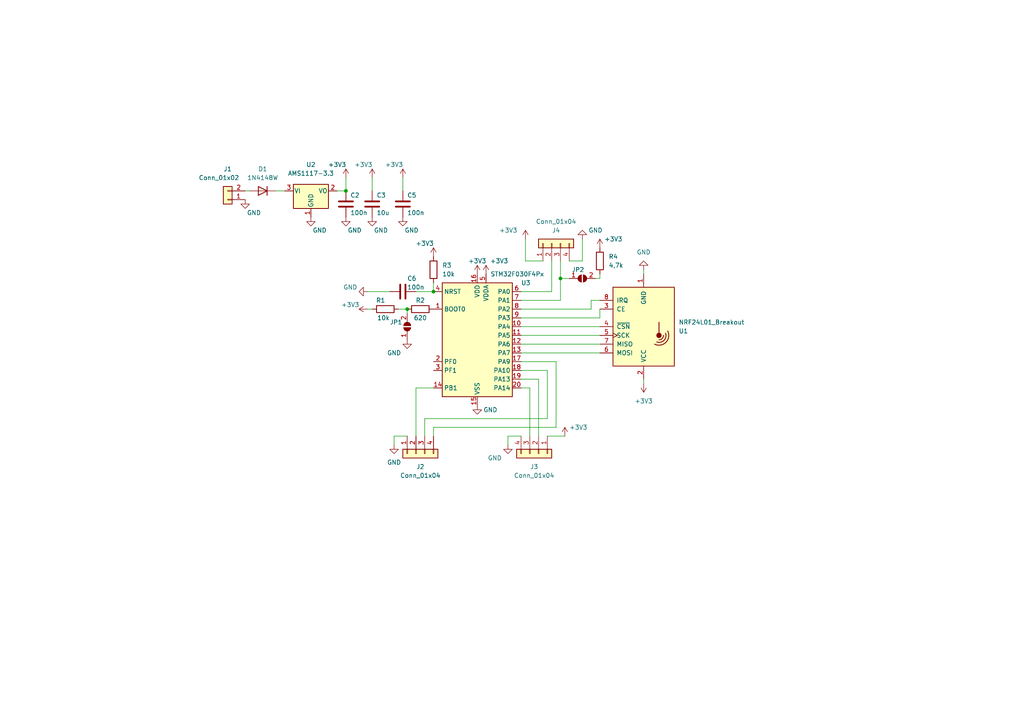
<source format=kicad_sch>
(kicad_sch (version 20230121) (generator eeschema)
  (paper "A4")
  (lib_symbols
    (symbol "Connector_Generic:Conn_01x02" (pin_names (offset 1.016) hide)
      (property "Reference" "J" (at 0 2.54 0))
      (property "Value" "Conn_01x02" (at 0 -5.08 0))
      (symbol "Conn_01x02_1_1"
        (rectangle (start -1.27 -2.413) (end 0 -2.667) (stroke (width 0.1524)))
        (rectangle (start -1.27 0.127) (end 0 -0.127) (stroke (width 0.1524)))
        (rectangle (start -1.27 1.27) (end 1.27 -3.81) (stroke (width 0.254)) (fill (type background)))
        (pin passive line (at -5.08 0 0) (length 3.81) (name "Pin_1") (number "1"))
        (pin passive line (at -5.08 -2.54 0) (length 3.81) (name "Pin_2") (number "2"))
      )
    )
    (symbol "Connector_Generic:Conn_01x04" (pin_names (offset 1.016) hide)
      (property "Reference" "J" (at 0 5.08 0))
      (property "Value" "Conn_01x04" (at 0 -7.62 0))
      (symbol "Conn_01x04_1_1"
        (rectangle (start -1.27 -4.953) (end 0 -5.207) (stroke (width 0.1524)))
        (rectangle (start -1.27 -2.413) (end 0 -2.667) (stroke (width 0.1524)))
        (rectangle (start -1.27 0.127) (end 0 -0.127) (stroke (width 0.1524)))
        (rectangle (start -1.27 2.667) (end 0 2.413) (stroke (width 0.1524)))
        (rectangle (start -1.27 3.81) (end 1.27 -6.35) (stroke (width 0.254)) (fill (type background)))
        (pin passive line (at -5.08 2.54 0) (length 3.81) (name "Pin_1") (number "1"))
        (pin passive line (at -5.08 0 0) (length 3.81) (name "Pin_2") (number "2"))
        (pin passive line (at -5.08 -2.54 0) (length 3.81) (name "Pin_3") (number "3"))
        (pin passive line (at -5.08 -5.08 0) (length 3.81) (name "Pin_4") (number "4"))
      )
    )
    (symbol "Device:C" (pin_numbers hide) (pin_names (offset 0.254))
      (property "Reference" "C" (at 0.635 2.54 0))
      (property "Value" "C" (at 0.635 -2.54 0))
      (symbol "C_0_1"
        (polyline (pts (xy -2.032 -0.762) (xy 2.032 -0.762)) (stroke (width 0.508)))
        (polyline (pts (xy -2.032 0.762) (xy 2.032 0.762)) (stroke (width 0.508)))
      )
      (symbol "C_1_1"
        (pin passive line (at 0 3.81 270) (length 2.794) (name "~") (number "1"))
        (pin passive line (at 0 -3.81 90) (length 2.794) (name "~") (number "2"))
      )
    )
    (symbol "Device:R" (pin_numbers hide) (pin_names (offset 0))
      (property "Reference" "R" (at 2.032 0 90))
      (property "Value" "R" (at 0 0 90))
      (symbol "R_0_1"
        (rectangle (start -1.016 -2.54) (end 1.016 2.54) (stroke (width 0.254)))
      )
      (symbol "R_1_1"
        (pin passive line (at 0 3.81 270) (length 1.27) (name "~") (number "1"))
        (pin passive line (at 0 -3.81 90) (length 1.27) (name "~") (number "2"))
      )
    )
    (symbol "Diode:1N4148W" (pin_numbers hide) (pin_names (offset 1.016) hide)
      (property "Reference" "D" (at 0 2.54 0))
      (property "Value" "1N4148W" (at 0 -2.54 0))
      (symbol "1N4148W_0_1"
        (polyline (pts (xy -1.27 1.27) (xy -1.27 -1.27)) (stroke (width 0.254)))
        (polyline (pts (xy 1.27 0) (xy -1.27 0)))
        (polyline (pts (xy 1.27 1.27) (xy 1.27 -1.27) (xy -1.27 0) (xy 1.27 1.27)) (stroke (width 0.254)))
      )
      (symbol "1N4148W_1_1"
        (pin passive line (at -3.81 0 0) (length 2.54) (name "K") (number "1"))
        (pin passive line (at 3.81 0 180) (length 2.54) (name "A") (number "2"))
      )
    )
    (symbol "Jumper:SolderJumper_2_Open" (pin_names (offset 0) hide)
      (property "Reference" "JP" (at 0 2.032 0))
      (property "Value" "SolderJumper_2_Open" (at 0 -2.54 0))
      (symbol "SolderJumper_2_Open_0_1"
        (arc (start -0.254 1.016) (mid -1.2656 0) (end -0.254 -1.016))
        (arc (start -0.254 1.016) (mid -1.2656 0) (end -0.254 -1.016) (fill (type outline)))
        (polyline (pts (xy -0.254 1.016) (xy -0.254 -1.016)))
        (polyline (pts (xy 0.254 1.016) (xy 0.254 -1.016)))
        (arc (start 0.254 -1.016) (mid 1.2656 0) (end 0.254 1.016))
        (arc (start 0.254 -1.016) (mid 1.2656 0) (end 0.254 1.016) (fill (type outline)))
      )
      (symbol "SolderJumper_2_Open_1_1"
        (pin passive line (at -3.81 0 0) (length 2.54) (name "A") (number "1"))
        (pin passive line (at 3.81 0 180) (length 2.54) (name "B") (number "2"))
      )
    )
    (symbol "MCU_ST_STM32F0:STM32F030F4Px"
      (property "Reference" "U" (at -10.16 16.51 0))
      (property "Value" "STM32F030F4Px" (at 5.08 16.51 0))
      (symbol "STM32F030F4Px_0_1"
        (rectangle (start -10.16 -17.78) (end 10.16 15.24) (stroke (width 0.254)) (fill (type background)))
      )
      (symbol "STM32F030F4Px_1_1"
        (pin input line (at -12.7 7.62 0) (length 2.54) (name "BOOT0") (number "1"))
        (pin bidirectional line (at 12.7 2.54 180) (length 2.54) (name "PA4") (number "10"))
        (pin bidirectional line (at 12.7 0 180) (length 2.54) (name "PA5") (number "11"))
        (pin bidirectional line (at 12.7 -2.54 180) (length 2.54) (name "PA6") (number "12"))
        (pin bidirectional line (at 12.7 -5.08 180) (length 2.54) (name "PA7") (number "13"))
        (pin bidirectional line (at -12.7 -15.24 0) (length 2.54) (name "PB1") (number "14"))
        (pin power_in line (at 0 -20.32 90) (length 2.54) (name "VSS") (number "15"))
        (pin power_in line (at 0 17.78 270) (length 2.54) (name "VDD") (number "16"))
        (pin bidirectional line (at 12.7 -7.62 180) (length 2.54) (name "PA9") (number "17"))
        (pin bidirectional line (at 12.7 -10.16 180) (length 2.54) (name "PA10") (number "18"))
        (pin bidirectional line (at 12.7 -12.7 180) (length 2.54) (name "PA13") (number "19"))
        (pin input line (at -12.7 -7.62 0) (length 2.54) (name "PF0") (number "2"))
        (pin bidirectional line (at 12.7 -15.24 180) (length 2.54) (name "PA14") (number "20"))
        (pin input line (at -12.7 -10.16 0) (length 2.54) (name "PF1") (number "3"))
        (pin input line (at -12.7 12.7 0) (length 2.54) (name "NRST") (number "4"))
        (pin power_in line (at 2.54 17.78 270) (length 2.54) (name "VDDA") (number "5"))
        (pin bidirectional line (at 12.7 12.7 180) (length 2.54) (name "PA0") (number "6"))
        (pin bidirectional line (at 12.7 10.16 180) (length 2.54) (name "PA1") (number "7"))
        (pin bidirectional line (at 12.7 7.62 180) (length 2.54) (name "PA2") (number "8"))
        (pin bidirectional line (at 12.7 5.08 180) (length 2.54) (name "PA3") (number "9"))
      )
    )
    (symbol "RF:NRF24L01_Breakout" (pin_names (offset 1.016))
      (property "Reference" "U" (at -8.89 12.7 0))
      (property "Value" "NRF24L01_Breakout" (at 3.81 12.7 0))
      (symbol "NRF24L01_Breakout_0_1"
        (rectangle (start -8.89 11.43) (end 8.89 -11.43) (stroke (width 0.254)) (fill (type background)))
        (polyline (pts (xy 4.445 1.905) (xy 4.445 -1.27)) (stroke (width 0.254)))
        (circle (center 4.445 2.54) (radius 0.635) (stroke (width 0.254)) (fill (type outline)))
        (arc (start 5.715 2.54) (mid 5.3559 3.4509) (end 4.445 3.81) (stroke (width 0.254)))
        (arc (start 6.35 1.905) (mid 5.8833 3.9783) (end 3.81 4.445) (stroke (width 0.254)))
        (arc (start 6.985 1.27) (mid 6.453 4.548) (end 3.175 5.08) (stroke (width 0.254)))
      )
      (symbol "NRF24L01_Breakout_1_1"
        (pin power_in line (at 0 -15.24 90) (length 3.81) (name "GND") (number "1"))
        (pin power_in line (at 0 15.24 270) (length 3.81) (name "VCC") (number "2"))
        (pin input line (at -12.7 -5.08 0) (length 3.81) (name "CE") (number "3"))
        (pin input line (at -12.7 0 0) (length 3.81) (name "~{CSN}") (number "4"))
        (pin input clock (at -12.7 2.54 0) (length 3.81) (name "SCK") (number "5"))
        (pin input line (at -12.7 7.62 0) (length 3.81) (name "MOSI") (number "6"))
        (pin output line (at -12.7 5.08 0) (length 3.81) (name "MISO") (number "7"))
        (pin output line (at -12.7 -7.62 0) (length 3.81) (name "IRQ") (number "8"))
      )
    )
    (symbol "Regulator_Linear:AMS1117-3.3" (pin_names (offset 0.254))
      (property "Reference" "U" (at -3.81 3.175 0))
      (property "Value" "AMS1117-3.3" (at 0 3.175 0))
      (symbol "AMS1117-3.3_0_1"
        (rectangle (start -5.08 -5.08) (end 5.08 1.905) (stroke (width 0.254)) (fill (type background)))
      )
      (symbol "AMS1117-3.3_1_1"
        (pin power_in line (at 0 -7.62 90) (length 2.54) (name "GND") (number "1"))
        (pin power_out line (at 7.62 0 180) (length 2.54) (name "VO") (number "2"))
        (pin power_in line (at -7.62 0 0) (length 2.54) (name "VI") (number "3"))
      )
    )
    (symbol "power:+3.3V" (power) (pin_names (offset 0))
      (property "Value" "+3.3V" (at 0 3.556 0))
      (symbol "+3.3V_0_1"
        (polyline (pts (xy -0.762 1.27) (xy 0 2.54)))
        (polyline (pts (xy 0 0) (xy 0 2.54)))
        (polyline (pts (xy 0 2.54) (xy 0.762 1.27)))
      )
      (symbol "+3.3V_1_1"
        (pin power_in line (at 0 0 90) (length 0) hide (name "+3V3") (number "1"))
      )
    )
    (symbol "power:GND" (power) (pin_names (offset 0))
      (property "Value" "GND" (at 0 -3.81 0))
      (symbol "GND_0_1"
        (polyline (pts (xy 0 0) (xy 0 -1.27) (xy 1.27 -1.27) (xy 0 -2.54) (xy -1.27 -1.27) (xy 0 -1.27)))
      )
      (symbol "GND_1_1"
        (pin power_in line (at 0 0 270) (length 0) hide (name "GND") (number "1"))
      )
    )
  )
  (junction (at 100.33 55.372))
  (junction (at 125.73 84.582))
  (junction (at 162.56 80.772))
  (junction (at 118.11 89.662))
  (wire (pts (xy 125.73 123.952) (xy 125.73 126.492)))
  (wire (pts (xy 97.79 55.372) (xy 100.33 55.372)))
  (wire (pts (xy 173.99 80.772) (xy 173.99 79.502)))
  (wire (pts (xy 125.73 112.522) (xy 120.65 112.522)))
  (wire (pts (xy 152.4 75.692) (xy 157.48 75.692)))
  (wire (pts (xy 114.3 126.492) (xy 118.11 126.492)))
  (wire (pts (xy 171.45 87.122) (xy 173.99 87.122)))
  (wire (pts (xy 156.21 109.982) (xy 156.21 126.492)))
  (wire (pts (xy 147.32 129.032) (xy 147.32 126.492)))
  (wire (pts (xy 147.32 126.492) (xy 151.13 126.492)))
  (wire (pts (xy 151.13 102.362) (xy 173.99 102.362)))
  (wire (pts (xy 186.69 79.502) (xy 186.69 78.232)))
  (wire (pts (xy 158.75 107.442) (xy 158.75 121.412)))
  (wire (pts (xy 151.13 84.582) (xy 160.02 84.582)))
  (wire (pts (xy 72.39 55.372) (xy 71.12 55.372)))
  (wire (pts (xy 151.13 94.742) (xy 173.99 94.742)))
  (wire (pts (xy 115.57 89.662) (xy 118.11 89.662)))
  (wire (pts (xy 151.13 97.282) (xy 173.99 97.282)))
  (wire (pts (xy 151.13 107.442) (xy 158.75 107.442)))
  (wire (pts (xy 151.13 92.202) (xy 173.99 92.202)))
  (wire (pts (xy 123.19 121.412) (xy 123.19 126.492)))
  (wire (pts (xy 161.29 123.952) (xy 125.73 123.952)))
  (wire (pts (xy 116.84 55.372) (xy 116.84 51.562)))
  (wire (pts (xy 125.73 82.042) (xy 125.73 84.582)))
  (wire (pts (xy 151.13 99.822) (xy 173.99 99.822)))
  (wire (pts (xy 106.68 84.582) (xy 113.03 84.582)))
  (wire (pts (xy 168.91 69.342) (xy 168.91 75.692)))
  (wire (pts (xy 153.67 112.522) (xy 153.67 126.492)))
  (wire (pts (xy 160.02 75.692) (xy 160.02 84.582)))
  (wire (pts (xy 162.56 80.772) (xy 165.1 80.772)))
  (wire (pts (xy 162.56 80.772) (xy 162.56 75.692)))
  (wire (pts (xy 153.67 112.522) (xy 151.13 112.522)))
  (wire (pts (xy 151.13 87.122) (xy 162.56 87.122)))
  (wire (pts (xy 158.75 121.412) (xy 123.19 121.412)))
  (wire (pts (xy 80.01 55.372) (xy 82.55 55.372)))
  (wire (pts (xy 186.69 109.982) (xy 186.69 111.252)))
  (wire (pts (xy 114.3 129.032) (xy 114.3 126.492)))
  (wire (pts (xy 173.99 92.202) (xy 173.99 89.662)))
  (wire (pts (xy 171.45 89.662) (xy 171.45 87.122)))
  (wire (pts (xy 151.13 89.662) (xy 171.45 89.662)))
  (wire (pts (xy 120.65 84.582) (xy 125.73 84.582)))
  (wire (pts (xy 172.72 80.772) (xy 173.99 80.772)))
  (wire (pts (xy 156.21 109.982) (xy 151.13 109.982)))
  (wire (pts (xy 107.95 89.662) (xy 106.68 89.662)))
  (wire (pts (xy 100.33 55.372) (xy 100.33 51.562)))
  (wire (pts (xy 118.11 90.932) (xy 118.11 89.662)))
  (wire (pts (xy 163.83 126.492) (xy 158.75 126.492)))
  (wire (pts (xy 162.56 87.122) (xy 162.56 80.772)))
  (wire (pts (xy 161.29 104.902) (xy 161.29 123.952)))
  (wire (pts (xy 151.13 104.902) (xy 161.29 104.902)))
  (wire (pts (xy 107.95 55.372) (xy 107.95 51.562)))
  (wire (pts (xy 168.91 75.692) (xy 165.1 75.692)))
  (wire (pts (xy 152.4 75.692) (xy 152.4 69.342)))
  (wire (pts (xy 120.65 112.522) (xy 120.65 126.492)))
  (symbol (lib_id "power:GND") (at 147.32 129.032 0) (unit 1)
    (property "Reference" "#PWR019" (effects hide))
    (property "Value" "GND" (at 143.51 132.842 0))
  )
  (symbol (lib_id "power:+3.3V") (at 125.73 74.422 0) (unit 1)
    (property "Reference" "#PWR015" (effects hide))
    (property "Value" "+3.3V" (at 123.19 70.612 0))
  )
  (symbol (lib_id "power:+3.3V") (at 140.97 79.502 0) (unit 1)
    (property "Reference" "#PWR018" (effects hide))
    (property "Value" "+3.3V" (at 144.78 75.692 0))
  )
  (symbol (lib_id "Device:C") (at 116.84 59.182 0) (unit 1)
    (property "Reference" "C5" (at 118.11 56.642 0) (effects (justify left)))
    (property "Value" "100n" (at 118.11 61.722 0) (effects (justify left)))
    (property "Footprint" "Capacitor_SMD:C_0805_2012Metric" (effects hide))
  )
  (symbol (lib_id "RF:NRF24L01_Breakout") (at 186.69 94.742 0) (mirror x) (unit 1)
    (property "Reference" "U1" (at 196.85 96.0121 0) (effects (justify left)))
    (property "Value" "NRF24L01_Breakout" (at 196.85 93.4721 0) (effects (justify left)))
    (property "Footprint" "RF_Module:nRF24L01_Breakout" (effects hide))
    (property "Datasheet" "http://www.nordicsemi.com/eng/content/download/2730/34105/file/nRF24L01_Product_Specification_v2_0.pdf" (effects hide))
  )
  (symbol (lib_id "power:+3.3V") (at 186.69 111.252 0) (mirror x) (unit 1)
    (property "Reference" "#PWR025" (effects hide))
    (property "Value" "+3.3V" (at 186.69 116.332 0))
  )
  (symbol (lib_id "power:+3.3V") (at 138.43 79.502 0) (unit 1)
    (property "Reference" "#PWR016" (effects hide))
    (property "Value" "+3.3V" (at 138.43 75.692 0))
  )
  (symbol (lib_id "power:GND") (at 106.68 84.582 270) (unit 1)
    (property "Reference" "#PWR06" (effects hide))
    (property "Value" "GND" (at 101.6 83.312 90))
  )
  (symbol (lib_id "power:+3.3V") (at 163.83 126.492 0) (mirror y) (unit 1)
    (property "Reference" "#PWR021" (effects hide))
    (property "Value" "+3.3V" (at 165.1 123.952 0) (effects (justify right)))
  )
  (symbol (lib_id "Jumper:SolderJumper_2_Open") (at 168.91 80.772 0) (unit 1)
    (property "Reference" "JP2" (at 167.64 78.232 0))
    (property "Value" "SolderJumper_2_Open" (effects hide))
    (property "Footprint" "Jumper:SolderJumper-2_P1.3mm_Open_TrianglePad1.0x1.5mm" (effects hide))
  )
  (symbol (lib_id "MCU_ST_STM32F0:STM32F030F4Px") (at 138.43 97.282 0) (unit 1)
    (property "Reference" "U3" (at 151.13 82.042 0) (effects (justify left)))
    (property "Value" "STM32F030F4Px" (at 142.24 79.502 0) (effects (justify left)))
    (property "Footprint" "Package_SO:TSSOP-20_4.4x6.5mm_P0.65mm" (effects hide))
    (property "Datasheet" "http://www.st.com/st-web-ui/static/active/en/resource/technical/document/datasheet/DM00088500.pdf" (effects hide))
  )
  (symbol (lib_id "power:GND") (at 118.11 98.552 0) (unit 1)
    (property "Reference" "#PWR014" (effects hide))
    (property "Value" "GND" (at 114.3 102.362 0))
  )
  (symbol (lib_id "power:GND") (at 107.95 62.992 0) (unit 1)
    (property "Reference" "#PWR09" (effects hide))
    (property "Value" "GND" (at 110.49 66.802 0))
  )
  (symbol (lib_id "power:GND") (at 116.84 62.992 0) (unit 1)
    (property "Reference" "#PWR013" (effects hide))
    (property "Value" "GND" (at 119.38 66.802 0))
  )
  (symbol (lib_id "power:+3.3V") (at 173.99 71.882 0) (mirror y) (unit 1)
    (property "Reference" "#PWR023" (effects hide))
    (property "Value" "+3.3V" (at 175.26 69.342 0) (effects (justify right)))
  )
  (symbol (lib_id "power:GND") (at 90.17 62.992 0) (unit 1)
    (property "Reference" "#PWR02" (effects hide))
    (property "Value" "GND" (at 92.71 66.802 0))
  )
  (symbol (lib_id "Device:R") (at 121.92 89.662 90) (unit 1)
    (property "Reference" "R2" (at 121.92 87.122 90))
    (property "Value" "620" (at 121.92 92.202 90))
    (property "Footprint" "Resistor_SMD:R_0603_1608Metric" (effects hide))
  )
  (symbol (lib_id "Connector_Generic:Conn_01x04") (at 120.65 131.572 90) (mirror x) (unit 1)
    (property "Reference" "J2" (at 121.92 135.382 90))
    (property "Value" "Conn_01x04" (at 121.92 137.922 90))
    (property "Footprint" "Connector_PinHeader_2.54mm:PinHeader_1x04_P2.54mm_Vertical" (effects hide))
  )
  (symbol (lib_id "power:+3.3V") (at 107.95 51.562 0) (unit 1)
    (property "Reference" "#PWR08" (effects hide))
    (property "Value" "+3.3V" (at 105.41 47.752 0))
  )
  (symbol (lib_id "Device:R") (at 173.99 75.692 0) (unit 1)
    (property "Reference" "R4" (at 176.53 74.4219 0) (effects (justify left)))
    (property "Value" "4,7k" (at 176.53 76.9619 0) (effects (justify left)))
    (property "Footprint" "Resistor_SMD:R_0805_2012Metric" (effects hide))
  )
  (symbol (lib_id "power:+3.3V") (at 116.84 51.562 0) (unit 1)
    (property "Reference" "#PWR012" (effects hide))
    (property "Value" "+3.3V" (at 114.3 47.752 0))
  )
  (symbol (lib_id "power:GND") (at 138.43 117.602 0) (unit 1)
    (property "Reference" "#PWR017" (effects hide))
    (property "Value" "GND" (at 142.24 118.872 0))
  )
  (symbol (lib_id "power:GND") (at 168.91 69.342 180) (unit 1)
    (property "Reference" "#PWR022" (effects hide))
    (property "Value" "GND" (at 172.72 66.802 0))
  )
  (symbol (lib_id "Device:C") (at 116.84 84.582 270) (unit 1)
    (property "Reference" "C6" (at 118.11 80.772 90) (effects (justify left)))
    (property "Value" "100n" (at 118.11 83.312 90) (effects (justify left)))
    (property "Footprint" "Capacitor_SMD:C_0805_2012Metric" (effects hide))
  )
  (symbol (lib_id "Connector_Generic:Conn_01x04") (at 160.02 70.612 90) (unit 1)
    (property "Reference" "J4" (at 161.29 66.802 90))
    (property "Value" "Conn_01x04" (at 161.29 64.262 90))
    (property "Footprint" "Connector_PinHeader_2.54mm:PinHeader_1x04_P2.54mm_Vertical" (effects hide))
  )
  (symbol (lib_id "power:GND") (at 71.12 57.912 0) (unit 1)
    (property "Reference" "#PWR01" (effects hide))
    (property "Value" "GND" (at 73.66 61.722 0))
  )
  (symbol (lib_id "Device:C") (at 107.95 59.182 0) (unit 1)
    (property "Reference" "C3" (at 109.22 56.642 0) (effects (justify left)))
    (property "Value" "10u" (at 109.22 61.722 0) (effects (justify left)))
    (property "Footprint" "Capacitor_SMD:C_0805_2012Metric" (effects hide))
  )
  (symbol (lib_id "Regulator_Linear:AMS1117-3.3") (at 90.17 55.372 0) (unit 1)
    (property "Reference" "U2" (at 90.17 47.752 0))
    (property "Value" "AMS1117-3.3" (at 90.17 50.292 0))
    (property "Footprint" "Package_TO_SOT_SMD:SOT-223-3_TabPin2" (effects hide))
    (property "Datasheet" "http://www.advanced-monolithic.com/pdf/ds1117.pdf" (effects hide))
  )
  (symbol (lib_id "power:GND") (at 100.33 62.992 0) (unit 1)
    (property "Reference" "#PWR05" (effects hide))
    (property "Value" "GND" (at 102.87 66.802 0))
  )
  (symbol (lib_id "Device:R") (at 111.76 89.662 90) (unit 1)
    (property "Reference" "R1" (at 111.76 87.122 90) (effects (justify left)))
    (property "Value" "10k" (at 113.03 92.202 90) (effects (justify left)))
    (property "Footprint" "Resistor_SMD:R_0805_2012Metric" (effects hide))
  )
  (symbol (lib_id "Jumper:SolderJumper_2_Open") (at 118.11 94.742 90) (unit 1)
    (property "Reference" "JP1" (at 113.03 93.472 90) (effects (justify right)))
    (property "Value" "SolderJumper_2_Open" (effects hide))
    (property "Footprint" "Jumper:SolderJumper-2_P1.3mm_Open_TrianglePad1.0x1.5mm" (effects hide))
  )
  (symbol (lib_id "Device:C") (at 100.33 59.182 0) (unit 1)
    (property "Reference" "C2" (at 101.6 56.642 0) (effects (justify left)))
    (property "Value" "100n" (at 101.6 61.722 0) (effects (justify left)))
    (property "Footprint" "Capacitor_SMD:C_0805_2012Metric" (effects hide))
  )
  (symbol (lib_id "Diode:1N4148W") (at 76.2 55.372 180) (unit 1)
    (property "Reference" "D1" (at 76.2 49.022 0))
    (property "Value" "1N4148W" (at 76.2 51.562 0))
    (property "Footprint" "Diode_SMD:D_SOD-123" (effects hide))
    (property "Datasheet" "https://www.vishay.com/docs/85748/1n4148w.pdf" (effects hide))
  )
  (symbol (lib_id "Device:R") (at 125.73 78.232 0) (unit 1)
    (property "Reference" "R3" (at 128.27 76.9619 0) (effects (justify left)))
    (property "Value" "10k" (at 128.27 79.5019 0) (effects (justify left)))
    (property "Footprint" "Resistor_SMD:R_0805_2012Metric" (effects hide))
  )
  (symbol (lib_id "Connector_Generic:Conn_01x02") (at 66.04 57.912 180) (unit 1)
    (property "Reference" "J1" (at 66.04 49.022 0))
    (property "Value" "Conn_01x02" (at 63.5 51.562 0))
    (property "Footprint" "Connector_PinHeader_2.54mm:PinHeader_1x02_P2.54mm_Vertical" (effects hide))
  )
  (symbol (lib_id "power:+3.3V") (at 100.33 51.562 0) (unit 1)
    (property "Reference" "#PWR04" (effects hide))
    (property "Value" "+3.3V" (at 97.79 47.752 0))
  )
  (symbol (lib_id "power:+3.3V") (at 106.68 89.662 90) (unit 1)
    (property "Reference" "#PWR07" (effects hide))
    (property "Value" "+3.3V" (at 101.6 88.392 90))
  )
  (symbol (lib_id "power:GND") (at 114.3 129.032 0) (unit 1)
    (property "Reference" "#PWR011" (effects hide))
    (property "Value" "GND" (at 114.3 134.112 0))
  )
  (symbol (lib_id "power:GND") (at 186.69 78.232 0) (mirror x) (unit 1)
    (property "Reference" "#PWR024" (effects hide))
    (property "Value" "GND" (at 186.69 73.152 0))
  )
  (symbol (lib_id "power:+3.3V") (at 152.4 69.342 0) (mirror y) (unit 1)
    (property "Reference" "#PWR020" (effects hide))
    (property "Value" "+3.3V" (at 144.78 66.802 0) (effects (justify right)))
  )
  (symbol (lib_id "Connector_Generic:Conn_01x04") (at 156.21 131.572 270) (unit 1)
    (property "Reference" "J3" (at 154.94 135.382 90))
    (property "Value" "Conn_01x04" (at 154.94 137.922 90))
    (property "Footprint" "Connector_PinHeader_2.54mm:PinHeader_1x04_P2.54mm_Vertical" (effects hide))
  )
)
</source>
